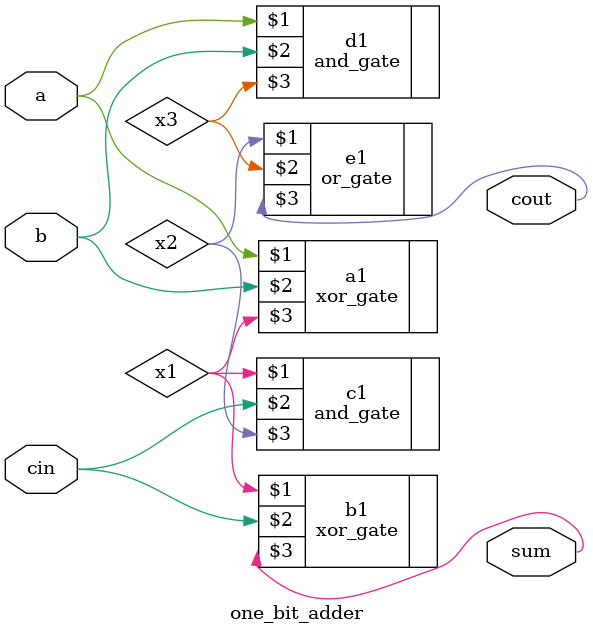
<source format=v>
`include "xor/xor_gate.v"
`include "or/or_gate.v"
`include "and/and_gate.v"


module one_bit_adder(a,b,cin,sum,cout);
input a,b,cin;
output sum,cout;
wire x1,x2,x3;


xor_gate a1(a,b,x1);
xor_gate b1(x1,cin,sum);
and_gate c1(x1,cin,x2);
and_gate d1(a,b,x3);
or_gate e1(x2,x3,cout);


endmodule




</source>
